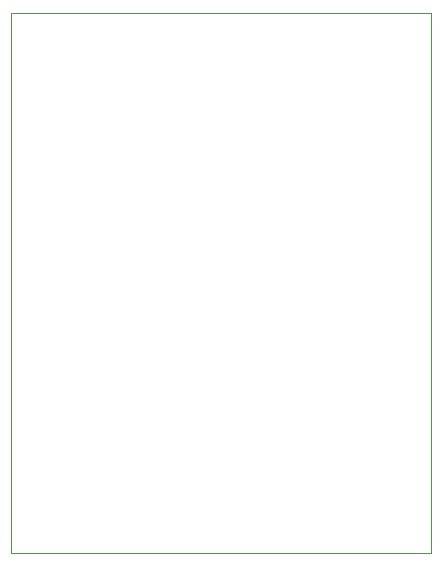
<source format=gbr>
%TF.GenerationSoftware,KiCad,Pcbnew,9.0.3*%
%TF.CreationDate,2025-08-23T20:31:56+05:30*%
%TF.ProjectId,Design1,44657369-676e-4312-9e6b-696361645f70,rev?*%
%TF.SameCoordinates,Original*%
%TF.FileFunction,Profile,NP*%
%FSLAX46Y46*%
G04 Gerber Fmt 4.6, Leading zero omitted, Abs format (unit mm)*
G04 Created by KiCad (PCBNEW 9.0.3) date 2025-08-23 20:31:56*
%MOMM*%
%LPD*%
G01*
G04 APERTURE LIST*
%TA.AperFunction,Profile*%
%ADD10C,0.050000*%
%TD*%
G04 APERTURE END LIST*
D10*
X127000000Y-55880000D02*
X162560000Y-55880000D01*
X162560000Y-101600000D01*
X127000000Y-101600000D01*
X127000000Y-55880000D01*
M02*

</source>
